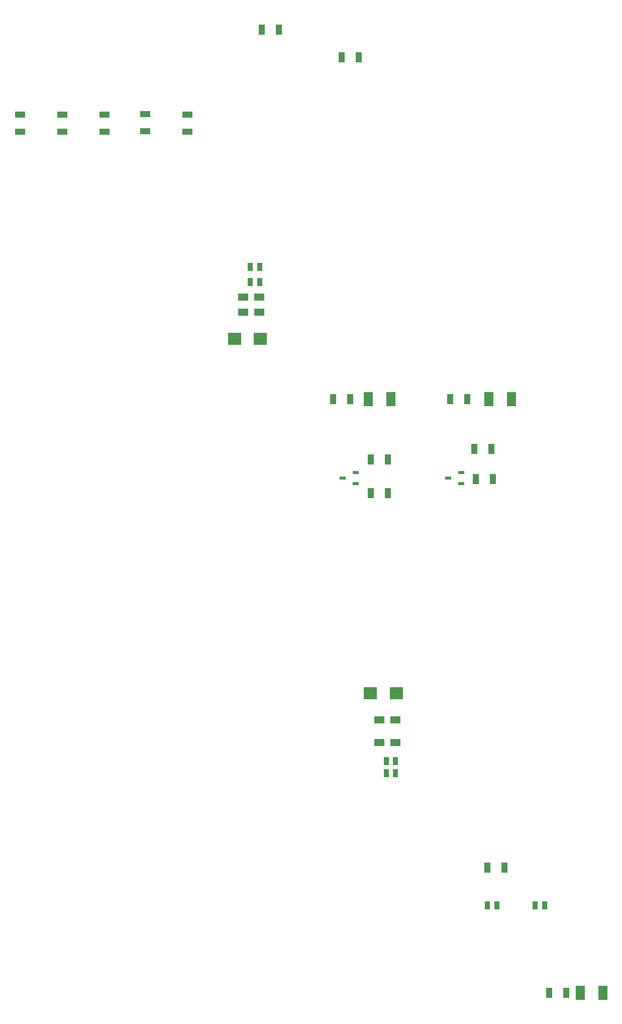
<source format=gtp>
G04*
G04 #@! TF.GenerationSoftware,Altium Limited,Altium Designer,23.10.1 (27)*
G04*
G04 Layer_Color=8421504*
%FSLAX25Y25*%
%MOIN*%
G70*
G04*
G04 #@! TF.SameCoordinates,AA2C939F-CB16-4FEC-AD20-74F2314AF5A0*
G04*
G04*
G04 #@! TF.FilePolarity,Positive*
G04*
G01*
G75*
%ADD17R,0.04134X0.02362*%
%ADD18R,0.06102X0.09252*%
%ADD19R,0.04134X0.06890*%
%ADD20R,0.06693X0.05118*%
%ADD21R,0.03780X0.05472*%
%ADD22R,0.08661X0.08465*%
%ADD23R,0.06890X0.04134*%
%ADD24R,0.08858X0.08071*%
D17*
X371831Y533760D02*
D03*
Y541240D02*
D03*
X363169Y537500D02*
D03*
X301831Y533760D02*
D03*
Y541240D02*
D03*
X293169Y537500D02*
D03*
D18*
X450691Y196373D02*
D03*
X465651D02*
D03*
X390020Y590000D02*
D03*
X404980D02*
D03*
X310020D02*
D03*
X324980D02*
D03*
D19*
X441379Y196373D02*
D03*
X429962D02*
D03*
X389094Y279297D02*
D03*
X400511D02*
D03*
X323209Y527500D02*
D03*
X311791D02*
D03*
X323209Y550000D02*
D03*
X311791D02*
D03*
X391709Y557000D02*
D03*
X380291D02*
D03*
X381291Y537000D02*
D03*
X392709D02*
D03*
X364291Y590000D02*
D03*
X375709D02*
D03*
X286791D02*
D03*
X298209D02*
D03*
X239291Y835000D02*
D03*
X250709D02*
D03*
X292363Y816645D02*
D03*
X303780D02*
D03*
D20*
X237815Y657500D02*
D03*
X227185D02*
D03*
X317285Y377400D02*
D03*
X327915D02*
D03*
X317285Y362400D02*
D03*
X327915D02*
D03*
X227185Y647500D02*
D03*
X237815D02*
D03*
D21*
X231890Y677500D02*
D03*
X238110D02*
D03*
X395413Y254297D02*
D03*
X389193D02*
D03*
X420710Y254400D02*
D03*
X426931D02*
D03*
X321990Y341900D02*
D03*
X328210D02*
D03*
X321990Y349900D02*
D03*
X328210D02*
D03*
X238110Y667500D02*
D03*
X231890D02*
D03*
D22*
X311439Y394900D02*
D03*
X328761D02*
D03*
D23*
X107000Y767291D02*
D03*
Y778709D02*
D03*
X190000D02*
D03*
Y767291D02*
D03*
X162000Y779000D02*
D03*
Y767583D02*
D03*
X135000Y778709D02*
D03*
Y767291D02*
D03*
X79000Y778709D02*
D03*
Y767291D02*
D03*
D24*
X221535Y630000D02*
D03*
X238465D02*
D03*
M02*

</source>
